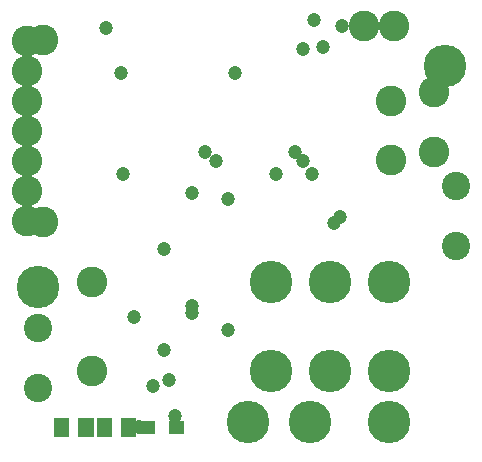
<source format=gbr>
%FSLAX32Y32*%
%MOMM*%
%LNLOETSTOP1*%
G71*
G01*
%ADD10C, 2.60*%
%ADD11C, 3.60*%
%ADD12C, 2.60*%
%ADD13C, 1.20*%
%ADD14C, 2.40*%
%ADD15C, 3.60*%
%ADD16C, 2.60*%
%LPD*%
X4345Y5057D02*
G54D10*
D03*
X4345Y4304D02*
G54D10*
D03*
X5858Y4301D02*
G54D11*
D03*
X5858Y5054D02*
G54D11*
D03*
X6360Y4301D02*
G54D11*
D03*
X6360Y5054D02*
G54D11*
D03*
X6862Y4301D02*
G54D11*
D03*
X6862Y5054D02*
G54D11*
D03*
X6874Y6085D02*
G54D12*
D03*
X6874Y6585D02*
G54D12*
D03*
X3927Y5564D02*
G54D12*
D03*
X3927Y7104D02*
G54D12*
D03*
X4953Y4476D02*
G54D13*
D03*
X4953Y5333D02*
G54D13*
D03*
X7239Y6666D02*
G54D12*
D03*
X7239Y6158D02*
G54D12*
D03*
X4858Y4174D02*
G54D13*
D03*
X7430Y5364D02*
G54D14*
D03*
X7430Y5872D02*
G54D14*
D03*
G36*
X4720Y3745D02*
X4590Y3745D01*
X4590Y3905D01*
X4720Y3905D01*
X4720Y3745D01*
G37*
G36*
X4514Y3745D02*
X4384Y3745D01*
X4384Y3905D01*
X4514Y3905D01*
X4514Y3745D01*
G37*
G36*
X4750Y3879D02*
X4875Y3879D01*
X4875Y3769D01*
X4750Y3769D01*
X4750Y3879D01*
G37*
G36*
X4997Y3879D02*
X5122Y3879D01*
X5122Y3769D01*
X4997Y3769D01*
X4997Y3879D01*
G37*
X5493Y4650D02*
G54D13*
D03*
X5191Y4793D02*
G54D13*
D03*
X5191Y4856D02*
G54D13*
D03*
G36*
X4360Y3745D02*
X4230Y3745D01*
X4230Y3905D01*
X4360Y3905D01*
X4360Y3745D01*
G37*
G36*
X4154Y3745D02*
X4024Y3745D01*
X4024Y3905D01*
X4154Y3905D01*
X4154Y3745D01*
G37*
X5667Y3872D02*
G54D15*
D03*
X6191Y3872D02*
G54D15*
D03*
X6858Y3872D02*
G54D15*
D03*
X7334Y6888D02*
G54D15*
D03*
X3889Y4666D02*
G54D14*
D03*
X3889Y4158D02*
G54D14*
D03*
X6398Y5555D02*
G54D13*
D03*
X6445Y5603D02*
G54D13*
D03*
X3889Y5015D02*
G54D15*
D03*
X5048Y3920D02*
G54D13*
D03*
X4747Y3825D02*
G54D13*
D03*
X5493Y5761D02*
G54D13*
D03*
X5906Y5968D02*
G54D13*
D03*
X4604Y5968D02*
G54D13*
D03*
X5001Y4222D02*
G54D13*
D03*
X4699Y4761D02*
G54D13*
D03*
X6302Y7047D02*
G54D13*
D03*
X6461Y7222D02*
G54D13*
D03*
X3794Y6840D02*
G54D16*
D03*
X3794Y6586D02*
G54D16*
D03*
X3794Y6332D02*
G54D16*
D03*
X3794Y6078D02*
G54D16*
D03*
X3794Y5824D02*
G54D16*
D03*
X3794Y5570D02*
G54D16*
D03*
X4588Y6825D02*
G54D13*
D03*
X5556Y6825D02*
G54D13*
D03*
X5191Y5809D02*
G54D13*
D03*
X6906Y7222D02*
G54D16*
D03*
X6652Y7222D02*
G54D16*
D03*
X6207Y5968D02*
G54D13*
D03*
X5302Y6158D02*
G54D13*
D03*
X5398Y6079D02*
G54D13*
D03*
X6128Y6079D02*
G54D13*
D03*
X6064Y6158D02*
G54D13*
D03*
X6128Y7031D02*
G54D13*
D03*
X3794Y7095D02*
G54D16*
D03*
X4461Y7206D02*
G54D13*
D03*
X6223Y7270D02*
G54D13*
D03*
M02*

</source>
